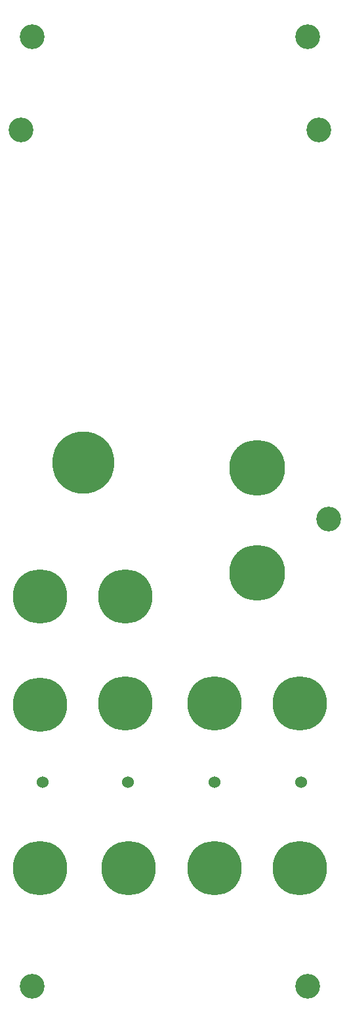
<source format=gbr>
%TF.GenerationSoftware,KiCad,Pcbnew,7.0.2*%
%TF.CreationDate,2025-01-10T16:22:39-06:00*%
%TF.ProjectId,gateDr_panel,67617465-4472-45f7-9061-6e656c2e6b69,rev?*%
%TF.SameCoordinates,Original*%
%TF.FileFunction,Soldermask,Bot*%
%TF.FilePolarity,Negative*%
%FSLAX46Y46*%
G04 Gerber Fmt 4.6, Leading zero omitted, Abs format (unit mm)*
G04 Created by KiCad (PCBNEW 7.0.2) date 2025-01-10 16:22:39*
%MOMM*%
%LPD*%
G01*
G04 APERTURE LIST*
%ADD10C,1.524000*%
%ADD11C,3.200000*%
%ADD12C,8.000000*%
%ADD13C,7.000000*%
%ADD14C,7.200000*%
G04 APERTURE END LIST*
D10*
%TO.C,REF\u002A\u002A*%
X69800000Y-149200000D03*
%TD*%
D11*
%TO.C,REF\u002A\u002A*%
X57500000Y-53000000D03*
%TD*%
D10*
%TO.C,REF\u002A\u002A*%
X92200000Y-149200000D03*
%TD*%
D12*
%TO.C,REF\u002A\u002A*%
X64050000Y-107950000D03*
%TD*%
D11*
%TO.C,REF\u002A\u002A*%
X93000000Y-53000000D03*
%TD*%
D10*
%TO.C,REF\u002A\u002A*%
X58800000Y-149200000D03*
%TD*%
D13*
%TO.C,REF\u002A\u002A*%
X58500000Y-139200000D03*
%TD*%
%TO.C,REF\u002A\u002A*%
X92000000Y-139000000D03*
%TD*%
D11*
%TO.C,REF\u002A\u002A*%
X94500000Y-65000000D03*
%TD*%
D14*
%TO.C,REF\u002A\u002A*%
X86500000Y-122200000D03*
%TD*%
D13*
%TO.C,REF\u002A\u002A*%
X81000000Y-139000000D03*
%TD*%
D11*
%TO.C,REF\u002A\u002A*%
X56000000Y-65000000D03*
%TD*%
D13*
%TO.C,REF\u002A\u002A*%
X58500000Y-160250000D03*
%TD*%
%TO.C,REF\u002A\u002A*%
X58500000Y-125200000D03*
%TD*%
D14*
%TO.C,REF\u002A\u002A*%
X86500000Y-108600000D03*
%TD*%
D13*
%TO.C,REF\u002A\u002A*%
X69900000Y-160250000D03*
%TD*%
D11*
%TO.C,REF\u002A\u002A*%
X95750000Y-115250000D03*
%TD*%
D13*
%TO.C,REF\u002A\u002A*%
X92000000Y-160250000D03*
%TD*%
%TO.C,REF\u002A\u002A*%
X69500000Y-125200000D03*
%TD*%
D10*
%TO.C,REF\u002A\u002A*%
X81000000Y-149200000D03*
%TD*%
D13*
%TO.C,REF\u002A\u002A*%
X69500000Y-139000000D03*
%TD*%
D11*
%TO.C,REF\u002A\u002A*%
X57500000Y-175500000D03*
%TD*%
D13*
%TO.C,REF\u002A\u002A*%
X81000000Y-160250000D03*
%TD*%
D11*
%TO.C,REF\u002A\u002A*%
X93000000Y-175500000D03*
%TD*%
M02*

</source>
